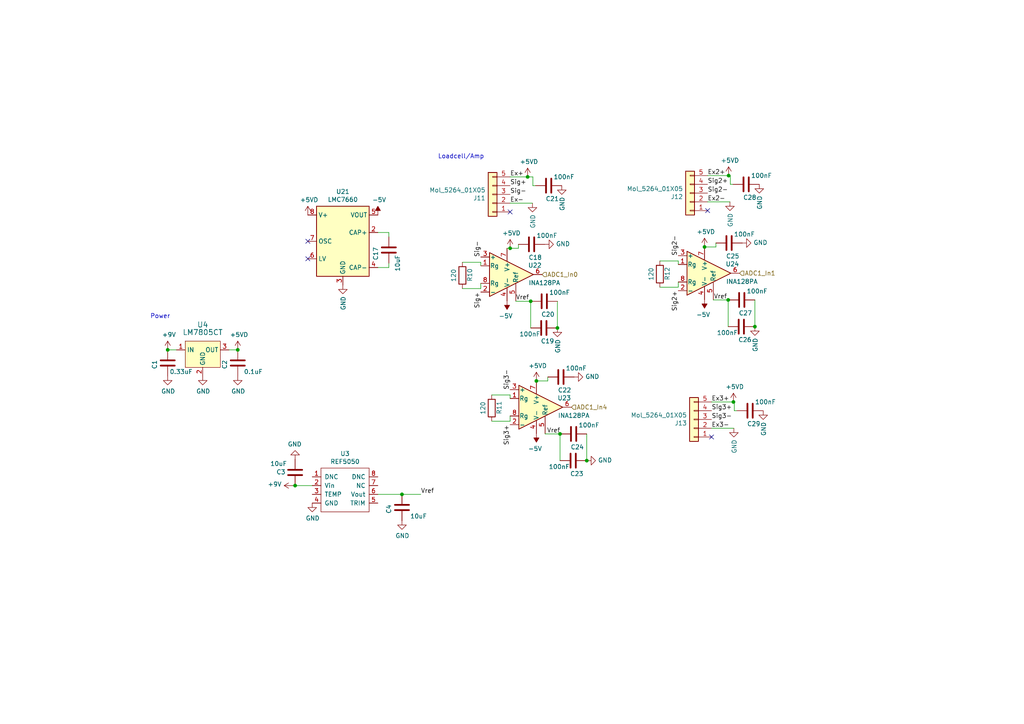
<source format=kicad_sch>
(kicad_sch (version 20231120) (generator "eeschema") (generator_version "8.0")
  (paper "A4")
  (lib_symbols
    (symbol "BC_Connectors:BC_Connector_Mol_5264_01X05" (pin_names (offset 1.016) hide)
      (property "Reference" "J" (at 0 7.62 0))
      (property "Value" "BC_Connector_Mol_5264_01X05" (at 0 -7.62 0))
      (symbol "BC_Connector_Mol_5264_01X05_1_1"
        (rectangle (start -1.27 -4.953) (end 0 -5.207) (stroke (width 0.1524)))
        (rectangle (start -1.27 -2.413) (end 0 -2.667) (stroke (width 0.1524)))
        (rectangle (start -1.27 0.127) (end 0 -0.127) (stroke (width 0.1524)))
        (rectangle (start -1.27 2.667) (end 0 2.413) (stroke (width 0.1524)))
        (rectangle (start -1.27 5.207) (end 0 4.953) (stroke (width 0.1524)))
        (rectangle (start -1.27 6.35) (end 1.27 -6.35) (stroke (width 0.254)) (fill (type background)))
        (pin passive line (at -5.08 5.08 0) (length 3.81) (name "Pin_1") (number "1"))
        (pin passive line (at -5.08 2.54 0) (length 3.81) (name "Pin_2") (number "2"))
        (pin passive line (at -5.08 0 0) (length 3.81) (name "Pin_3") (number "3"))
        (pin passive line (at -5.08 -2.54 0) (length 3.81) (name "Pin_4") (number "4"))
        (pin passive line (at -5.08 -5.08 0) (length 3.81) (name "Pin_5") (number "5"))
      )
    )
    (symbol "BC_IC_components:INA128PA" (pin_names (offset 0.127))
      (property "Reference" "U" (at 3.81 3.175 0))
      (property "Value" "INA128PA" (at 3.81 -3.175 0))
      (symbol "INA128PA_0_1"
        (polyline (pts (xy 7.62 0) (xy -5.08 6.35) (xy -5.08 -6.35) (xy 7.62 0)) (stroke (width 0.254)) (fill (type background)))
      )
      (symbol "INA128PA_1_1"
        (pin passive line (at -7.62 2.54 0) (length 2.54) (name "Rg") (number "1"))
        (pin input line (at -7.62 -5.08 0) (length 2.54) (name "-") (number "2"))
        (pin input line (at -7.62 5.08 0) (length 2.54) (name "+") (number "3"))
        (pin power_in line (at 0 -7.62 90) (length 3.81) (name "V-") (number "4"))
        (pin input line (at 2.54 -7.62 90) (length 5.08) (name "Ref") (number "5"))
        (pin output line (at 10.16 0 180) (length 2.54) (name "~") (number "6"))
        (pin power_in line (at 0 7.62 270) (length 3.81) (name "V+") (number "7"))
        (pin passive line (at -7.62 -2.54 0) (length 2.54) (name "Rg") (number "8"))
      )
    )
    (symbol "BC_IC_components:REF5050" (pin_names (offset 1.016))
      (property "Reference" "U" (at 0 5.08 0))
      (property "Value" "REF5050" (at 0 2.54 0))
      (symbol "REF5050_0_1"
        (rectangle (start -7.62 1.27) (end 6.35 -11.43))
      )
      (symbol "REF5050_1_1"
        (pin input line (at -10.16 -1.27 0) (length 2.54) (name "DNC") (number "1"))
        (pin input line (at -10.16 -3.81 0) (length 2.54) (name "Vin") (number "2"))
        (pin input line (at -10.16 -6.35 0) (length 2.54) (name "TEMP") (number "3"))
        (pin input line (at -10.16 -8.89 0) (length 2.54) (name "GND") (number "4"))
        (pin input line (at 8.89 -8.89 180) (length 2.54) (name "TRIM") (number "5"))
        (pin input line (at 8.89 -6.35 180) (length 2.54) (name "Vout") (number "6"))
        (pin input line (at 8.89 -3.81 180) (length 2.54) (name "NC") (number "7"))
        (pin input line (at 8.89 -1.27 180) (length 2.54) (name "DNC") (number "8"))
      )
    )
    (symbol "Device:C" (pin_numbers hide) (pin_names (offset 0.254))
      (property "Reference" "C" (at 0.635 2.54 0))
      (property "Value" "C" (at 0.635 -2.54 0))
      (symbol "C_0_1"
        (polyline (pts (xy -2.032 -0.762) (xy 2.032 -0.762)) (stroke (width 0.508)))
        (polyline (pts (xy -2.032 0.762) (xy 2.032 0.762)) (stroke (width 0.508)))
      )
      (symbol "C_1_1"
        (pin passive line (at 0 3.81 270) (length 2.794) (name "~") (number "1"))
        (pin passive line (at 0 -3.81 90) (length 2.794) (name "~") (number "2"))
      )
    )
    (symbol "Device:R" (pin_numbers hide) (pin_names (offset 0))
      (property "Reference" "R" (at 2.032 0 90))
      (property "Value" "R" (at 0 0 90))
      (symbol "R_0_1"
        (rectangle (start -1.016 -2.54) (end 1.016 2.54) (stroke (width 0.254)))
      )
      (symbol "R_1_1"
        (pin passive line (at 0 3.81 270) (length 1.27) (name "~") (number "1"))
        (pin passive line (at 0 -3.81 90) (length 1.27) (name "~") (number "2"))
      )
    )
    (symbol "Regulator_SwitchedCapacitor:LMC7660"
      (property "Reference" "U" (at -6.604 11.43 0))
      (property "Value" "LMC7660" (at 0 11.43 0))
      (symbol "LMC7660_0_1"
        (rectangle (start -7.62 10.16) (end 7.62 -10.16) (stroke (width 0.254)) (fill (type background)))
      )
      (symbol "LMC7660_1_1"
        (pin no_connect line (at -7.62 5.08 0) (length 2.54) hide (name "NC") (number "1"))
        (pin input line (at 10.16 2.54 180) (length 2.54) (name "CAP+") (number "2"))
        (pin power_in line (at 0 -12.7 90) (length 2.54) (name "GND") (number "3"))
        (pin input line (at 10.16 -7.62 180) (length 2.54) (name "CAP-") (number "4"))
        (pin power_out line (at 10.16 7.62 180) (length 2.54) (name "VOUT") (number "5"))
        (pin input line (at -10.16 -5.08 0) (length 2.54) (name "LV") (number "6"))
        (pin input line (at -10.16 0 0) (length 2.54) (name "OSC") (number "7"))
        (pin power_in line (at -10.16 7.62 0) (length 2.54) (name "V+") (number "8"))
      )
    )
    (symbol "dk_PMIC-Voltage-Regulators-Linear:LM7805CT_Obsolete"
      (property "Reference" "U" (at 0 3.81 0))
      (property "Value" "LM7805CT_Obsolete" (at 0 6.35 0))
      (symbol "LM7805CT_Obsolete_0_1"
        (rectangle (start -5.08 2.54) (end 5.08 -5.08) (fill (type background)))
      )
      (symbol "LM7805CT_Obsolete_1_1"
        (pin power_in line (at -7.62 0 0) (length 2.54) (name "IN") (number "1"))
        (pin power_in line (at 0 -7.62 90) (length 2.54) (name "GND") (number "2"))
        (pin power_out line (at 7.62 0 180) (length 2.54) (name "OUT") (number "3"))
      )
    )
    (symbol "power:+5VD" (power) (pin_names (offset 0))
      (property "Value" "+5VD" (at 0 3.556 0))
      (symbol "+5VD_0_1"
        (polyline (pts (xy -0.762 1.27) (xy 0 2.54)))
        (polyline (pts (xy 0 0) (xy 0 2.54)))
        (polyline (pts (xy 0 2.54) (xy 0.762 1.27)))
      )
      (symbol "+5VD_1_1"
        (pin power_in line (at 0 0 90) (length 0) hide (name "+5VD") (number "1"))
      )
    )
    (symbol "power:+9V" (power) (pin_names (offset 0))
      (property "Value" "+9V" (at 0 3.556 0))
      (symbol "+9V_0_1"
        (polyline (pts (xy -0.762 1.27) (xy 0 2.54)))
        (polyline (pts (xy 0 0) (xy 0 2.54)))
        (polyline (pts (xy 0 2.54) (xy 0.762 1.27)))
      )
      (symbol "+9V_1_1"
        (pin power_in line (at 0 0 90) (length 0) hide (name "+9V") (number "1"))
      )
    )
    (symbol "power:-5V" (power) (pin_names (offset 0))
      (property "Value" "-5V" (at 0 3.81 0))
      (symbol "-5V_0_0"
        (pin power_in line (at 0 0 90) (length 0) hide (name "-5V") (number "1"))
      )
      (symbol "-5V_0_1"
        (polyline (pts (xy 0 0) (xy 0 1.27) (xy 0.762 1.27) (xy 0 2.54) (xy -0.762 1.27) (xy 0 1.27)) (fill (type outline)))
      )
    )
    (symbol "power:GND" (power) (pin_names (offset 0))
      (property "Value" "GND" (at 0 -3.81 0))
      (symbol "GND_0_1"
        (polyline (pts (xy 0 0) (xy 0 -1.27) (xy 1.27 -1.27) (xy 0 -2.54) (xy -1.27 -1.27) (xy 0 -1.27)))
      )
      (symbol "GND_1_1"
        (pin power_in line (at 0 0 270) (length 0) hide (name "GND") (number "1"))
      )
    )
  )
  (junction (at 162.433 125.857))
  (junction (at 218.948 94.742))
  (junction (at 170.18 133.604))
  (junction (at 147.955 72.009))
  (junction (at 85.598 140.843))
  (junction (at 153.924 87.376))
  (junction (at 116.586 143.383))
  (junction (at 68.961 101.473))
  (junction (at 212.725 116.586))
  (junction (at 161.671 95.123))
  (junction (at 155.575 110.49))
  (junction (at 48.641 101.473))
  (junction (at 153.035 51.308))
  (junction (at 204.343 71.628))
  (junction (at 211.328 50.927))
  (junction (at 211.201 86.995))
  (no_connect (at 205.232 61.087))
  (no_connect (at 89.281 75.057))
  (no_connect (at 89.281 69.977))
  (no_connect (at 147.955 61.468))
  (no_connect (at 206.375 126.746))
  (wire (pts (xy 134.112 76.073) (xy 139.446 76.073)))
  (wire (pts (xy 158.115 125.857) (xy 158.115 125.73)))
  (wire (pts (xy 211.201 86.995) (xy 211.328 86.995)))
  (wire (pts (xy 147.955 58.928) (xy 154.432 58.928)))
  (wire (pts (xy 206.375 124.206) (xy 212.852 124.206)))
  (wire (pts (xy 48.641 101.473) (xy 51.181 101.473)))
  (wire (pts (xy 85.598 140.843) (xy 84.963 140.843)))
  (wire (pts (xy 207.645 71.628) (xy 207.645 70.485)))
  (wire (pts (xy 142.621 122.174) (xy 147.955 122.174)))
  (wire (pts (xy 161.671 95.123) (xy 161.544 95.123)))
  (wire (pts (xy 212.979 116.586) (xy 212.979 119.126)))
  (wire (pts (xy 191.389 75.692) (xy 196.723 75.692)))
  (wire (pts (xy 112.776 67.437) (xy 112.776 68.707)))
  (wire (pts (xy 162.433 133.604) (xy 162.433 125.857)))
  (wire (pts (xy 211.836 50.927) (xy 211.836 53.467)))
  (wire (pts (xy 142.621 114.554) (xy 147.955 114.554)))
  (wire (pts (xy 205.232 58.547) (xy 211.709 58.547)))
  (wire (pts (xy 139.446 83.693) (xy 139.446 82.169)))
  (wire (pts (xy 218.948 86.995) (xy 218.948 94.742)))
  (wire (pts (xy 196.723 83.312) (xy 196.723 81.788)))
  (wire (pts (xy 66.421 101.473) (xy 68.961 101.473)))
  (wire (pts (xy 170.18 125.857) (xy 170.18 133.604)))
  (wire (pts (xy 162.433 125.857) (xy 162.56 125.857)))
  (wire (pts (xy 134.112 83.693) (xy 139.446 83.693)))
  (wire (pts (xy 153.924 87.376) (xy 154.051 87.376)))
  (wire (pts (xy 139.446 76.073) (xy 139.446 77.089)))
  (wire (pts (xy 206.883 86.995) (xy 211.201 86.995)))
  (wire (pts (xy 147.066 72.009) (xy 147.955 72.009)))
  (wire (pts (xy 211.201 94.742) (xy 211.201 86.995)))
  (wire (pts (xy 170.18 133.604) (xy 170.053 133.604)))
  (wire (pts (xy 116.586 143.383) (xy 122.047 143.383)))
  (wire (pts (xy 218.948 94.742) (xy 218.821 94.742)))
  (wire (pts (xy 90.551 140.843) (xy 85.598 140.843)))
  (wire (pts (xy 149.606 87.376) (xy 149.606 87.249)))
  (wire (pts (xy 161.671 87.376) (xy 161.671 95.123)))
  (wire (pts (xy 206.375 116.586) (xy 212.725 116.586)))
  (wire (pts (xy 154.559 53.848) (xy 155.321 53.848)))
  (wire (pts (xy 211.328 50.927) (xy 211.836 50.927)))
  (wire (pts (xy 109.601 77.597) (xy 112.776 77.597)))
  (wire (pts (xy 149.606 87.376) (xy 153.924 87.376)))
  (wire (pts (xy 147.955 114.554) (xy 147.955 115.57)))
  (wire (pts (xy 158.877 110.49) (xy 158.877 109.347)))
  (wire (pts (xy 191.389 83.312) (xy 196.723 83.312)))
  (wire (pts (xy 212.979 119.126) (xy 213.741 119.126)))
  (wire (pts (xy 153.924 95.123) (xy 153.924 87.376)))
  (wire (pts (xy 112.776 77.597) (xy 112.776 76.327)))
  (wire (pts (xy 147.955 51.308) (xy 153.035 51.308)))
  (wire (pts (xy 153.035 51.308) (xy 154.559 51.308)))
  (wire (pts (xy 196.723 75.692) (xy 196.723 76.708)))
  (wire (pts (xy 212.725 116.586) (xy 212.979 116.586)))
  (wire (pts (xy 147.955 72.009) (xy 150.368 72.009)))
  (wire (pts (xy 109.601 67.437) (xy 112.776 67.437)))
  (wire (pts (xy 206.883 86.995) (xy 206.883 86.868)))
  (wire (pts (xy 158.115 125.857) (xy 162.433 125.857)))
  (wire (pts (xy 211.836 53.467) (xy 212.598 53.467)))
  (wire (pts (xy 154.559 51.308) (xy 154.559 53.848)))
  (wire (pts (xy 147.955 122.174) (xy 147.955 120.65)))
  (wire (pts (xy 109.601 143.383) (xy 116.586 143.383)))
  (wire (pts (xy 150.368 72.009) (xy 150.368 70.866)))
  (wire (pts (xy 204.343 71.628) (xy 207.645 71.628)))
  (wire (pts (xy 205.232 50.927) (xy 211.328 50.927)))
  (wire (pts (xy 155.575 110.49) (xy 158.877 110.49)))
  (text "Loadcell/Amp\n" (at 127 46.228 0) (effects (font (size 1.27 1.27)) (justify left bottom)))
  (text "Power" (at 43.561 92.583 0) (effects (font (size 1.27 1.27)) (justify left bottom)))
  (label "Vref" (at 149.606 87.249 0))
  (label "Vref" (at 207.01 86.995 0))
  (label "Ex2-" (at 205.232 58.547 0))
  (label "Ex3-" (at 206.375 124.206 0))
  (label "Vref" (at 158.623 125.857 0))
  (label "Sig3-" (at 206.375 121.666 0))
  (label "Sig2+" (at 205.232 53.467 0))
  (label "Sig+" (at 139.446 84.709 270))
  (label "Sig2+" (at 196.723 84.328 270))
  (label "Ex2+" (at 205.232 50.927 0))
  (label "Sig3+" (at 206.375 119.126 0))
  (label "Sig2-" (at 205.232 56.007 0))
  (label "Sig2-" (at 196.723 74.168 90))
  (label "Ex-" (at 147.955 58.928 0))
  (label "Sig+" (at 147.955 53.848 0))
  (label "Ex3+" (at 206.375 116.586 0))
  (label "Ex+" (at 147.955 51.308 0))
  (label "Sig3-" (at 147.955 113.03 90))
  (label "Sig-" (at 139.446 74.549 90))
  (label "Sig3+" (at 147.955 123.19 270))
  (label "Sig-" (at 147.955 56.388 0))
  (label "Vref" (at 122.047 143.383 0))
  (hierarchical_label "ADC1_In4" (shape input) (at 165.735 118.11 0))
  (hierarchical_label "ADC1_In1" (shape input) (at 214.503 79.248 0))
  (hierarchical_label "ADC1_In0" (shape input) (at 157.226 79.629 0))
  (symbol (lib_id "power:+5VD") (at 68.961 101.473 0) (unit 1)
    (property "Reference" "#PWR057" (effects (hide yes)))
    (property "Value" "+5VD" (at 69.342 97.0788 0))
  )
  (symbol (lib_id "power:+5VD") (at 89.281 62.357 0) (unit 1)
    (property "Reference" "#PWR053" (effects (hide yes)))
    (property "Value" "+5VD" (at 89.662 57.9628 0))
  )
  (symbol (lib_id "power:+5VD") (at 153.035 51.308 0) (unit 1)
    (property "Reference" "#PWR060" (effects (hide yes)))
    (property "Value" "+5VD" (at 153.416 46.9138 0))
  )
  (symbol (lib_id "power:+5VD") (at 211.328 50.927 0) (unit 1)
    (property "Reference" "#PWR063" (effects (hide yes)))
    (property "Value" "+5VD" (at 211.709 46.5328 0))
  )
  (symbol (lib_id "power:+5VD") (at 147.955 72.009 0) (unit 1)
    (property "Reference" "#PWR059" (effects (hide yes)))
    (property "Value" "+5VD" (at 148.336 67.6148 0))
  )
  (symbol (lib_id "power:+5VD") (at 155.575 110.49 0) (unit 1)
    (property "Reference" "#PWR061" (effects (hide yes)))
    (property "Value" "+5VD" (at 155.956 106.0958 0))
  )
  (symbol (lib_id "power:+5VD") (at 212.725 116.586 0) (unit 1)
    (property "Reference" "#PWR064" (effects (hide yes)))
    (property "Value" "+5VD" (at 213.106 112.1918 0))
  )
  (symbol (lib_id "power:+5VD") (at 204.343 71.628 0) (unit 1)
    (property "Reference" "#PWR062" (effects (hide yes)))
    (property "Value" "+5VD" (at 204.724 67.2338 0))
  )
  (symbol (lib_id "BC_IC_components:REF5050") (at 100.711 137.033 0) (unit 1)
    (property "Reference" "U3" (at 100.076 131.572 0))
    (property "Value" "REF5050" (at 100.076 133.8834 0))
    (property "Footprint" "BC_IC_components:REF5050" (effects (hide yes)))
  )
  (symbol (lib_id "power:+9V") (at 84.963 140.843 90) (unit 1)
    (property "Reference" "#PWR051" (effects (hide yes)))
    (property "Value" "+9V" (at 81.7118 140.462 90) (effects (justify left)))
  )
  (symbol (lib_id "power:GND") (at 90.551 145.923 0) (unit 1)
    (property "Reference" "#PWR054" (effects (hide yes)))
    (property "Value" "GND" (at 90.678 150.3172 0))
  )
  (symbol (lib_id "Device:C") (at 116.586 147.193 180) (unit 1)
    (property "Reference" "C4" (at 112.776 146.304 90) (effects (justify left)))
    (property "Value" "10uF" (at 123.825 149.733 0) (effects (justify left)))
    (property "Footprint" "Capacitor_Tantalum_SMD:CP_EIA-7343-31_Kemet-D" (effects (hide yes)))
  )
  (symbol (lib_id "power:GND") (at 116.586 151.003 0) (unit 1)
    (property "Reference" "#PWR058" (effects (hide yes)))
    (property "Value" "GND" (at 116.713 155.3972 0))
  )
  (symbol (lib_id "Regulator_SwitchedCapacitor:LMC7660") (at 99.441 69.977 0) (unit 1)
    (property "Reference" "U21" (at 99.441 55.5752 0))
    (property "Value" "LMC7660" (at 99.441 57.8866 0))
    (property "Footprint" "BC_IC_components:LMC7660_THT" (effects (hide yes)))
    (property "Datasheet" "http://www.ti.com/lit/ds/symlink/lmc7660.pdf" (effects (hide yes)))
  )
  (symbol (lib_id "power:GND") (at 99.441 82.677 0) (unit 1)
    (property "Reference" "#PWR028" (effects (hide yes)))
    (property "Value" "GND" (at 99.568 85.9282 90) (effects (justify right)))
  )
  (symbol (lib_id "power:-5V") (at 109.601 62.357 0) (unit 1)
    (property "Reference" "#PWR029" (effects (hide yes)))
    (property "Value" "-5V" (at 109.982 57.9628 0))
  )
  (symbol (lib_id "Device:C") (at 112.776 72.517 180) (unit 1)
    (property "Reference" "C17" (at 108.966 71.628 90) (effects (justify left)))
    (property "Value" "10uF" (at 115.316 73.914 90) (effects (justify left)))
    (property "Footprint" "Capacitor_THT:CP_Radial_D8.0mm_P3.50mm" (effects (hide yes)))
  )
  (symbol (lib_id "Device:C") (at 85.598 137.033 0) (unit 1)
    (property "Reference" "C3" (at 80.137 136.906 0) (effects (justify left)))
    (property "Value" "10uF" (at 78.359 134.493 0) (effects (justify left)))
    (property "Footprint" "Capacitor_Tantalum_SMD:CP_EIA-7343-31_Kemet-D" (effects (hide yes)))
  )
  (symbol (lib_id "power:GND") (at 85.598 133.223 180) (unit 1)
    (property "Reference" "#PWR052" (effects (hide yes)))
    (property "Value" "GND" (at 85.471 128.8288 0))
  )
  (symbol (lib_id "BC_Connectors:BC_Connector_Mol_5264_01X05") (at 142.875 56.388 180) (unit 1)
    (property "Reference" "J11" (at 140.843 57.4548 0) (effects (justify left)))
    (property "Value" "Mol_5264_01X05" (at 140.843 55.1434 0) (effects (justify left)))
    (property "Footprint" "Connector_Molex:Molex_KK-254_AE-6410-05A_1x05_P2.54mm_Vertical" (effects (hide yes)))
  )
  (symbol (lib_id "Device:R") (at 134.112 79.883 180) (unit 1)
    (property "Reference" "R10" (at 136.271 79.756 90))
    (property "Value" "120" (at 131.572 79.883 90))
    (property "Footprint" "Resistor_THT:R_Axial_DIN0204_L3.6mm_D1.6mm_P2.54mm_Vertical" (effects (hide yes)))
  )
  (symbol (lib_id "power:GND") (at 154.432 58.928 0) (unit 1)
    (property "Reference" "#PWR032" (effects (hide yes)))
    (property "Value" "GND" (at 154.559 62.1792 90) (effects (justify right)))
  )
  (symbol (lib_id "power:GND") (at 162.941 53.848 0) (unit 1)
    (property "Reference" "#PWR038" (effects (hide yes)))
    (property "Value" "GND" (at 163.068 57.0992 90) (effects (justify right)))
  )
  (symbol (lib_id "power:-5V") (at 147.066 87.249 180) (unit 1)
    (property "Reference" "#PWR031" (effects (hide yes)))
    (property "Value" "-5V" (at 146.685 91.6432 0))
  )
  (symbol (lib_id "Device:C") (at 159.131 53.848 270) (unit 1)
    (property "Reference" "C21" (at 158.242 57.658 90) (effects (justify left)))
    (property "Value" "100nF" (at 160.528 51.308 90) (effects (justify left)))
    (property "Footprint" "Capacitor_THT:C_Disc_D4.7mm_W2.5mm_P5.00mm" (effects (hide yes)))
  )
  (symbol (lib_id "Device:C") (at 154.178 70.866 270) (unit 1)
    (property "Reference" "C18" (at 153.289 74.676 90) (effects (justify left)))
    (property "Value" "100nF" (at 155.575 68.326 90) (effects (justify left)))
    (property "Footprint" "Capacitor_THT:C_Disc_D4.7mm_W2.5mm_P5.00mm" (effects (hide yes)))
  )
  (symbol (lib_id "BC_IC_components:INA128PA") (at 147.066 79.629 0) (unit 1)
    (property "Reference" "U22" (at 153.162 76.962 0) (effects (justify left)))
    (property "Value" "INA128PA" (at 153.289 82.042 0) (effects (justify left)))
    (property "Footprint" "BC_IC_components:INA128PA" (effects (hide yes)))
  )
  (symbol (lib_id "power:GND") (at 157.988 70.866 90) (unit 1)
    (property "Reference" "#PWR036" (effects (hide yes)))
    (property "Value" "GND" (at 161.2392 70.739 90) (effects (justify right)))
  )
  (symbol (lib_id "Device:C") (at 157.861 87.376 270) (unit 1)
    (property "Reference" "C20" (at 156.972 91.186 90) (effects (justify left)))
    (property "Value" "100nF" (at 159.258 84.836 90) (effects (justify left)))
    (property "Footprint" "Capacitor_THT:C_Disc_D4.7mm_W2.5mm_P5.00mm" (effects (hide yes)))
  )
  (symbol (lib_id "Device:C") (at 157.734 95.123 270) (unit 1)
    (property "Reference" "C19" (at 156.845 98.933 90) (effects (justify left)))
    (property "Value" "100nF" (at 150.622 96.901 90) (effects (justify left)))
    (property "Footprint" "Capacitor_THT:C_Disc_D4.7mm_W2.5mm_P5.00mm" (effects (hide yes)))
  )
  (symbol (lib_id "power:GND") (at 161.671 95.123 0) (unit 1)
    (property "Reference" "#PWR037" (effects (hide yes)))
    (property "Value" "GND" (at 161.798 98.3742 90) (effects (justify right)))
  )
  (symbol (lib_id "BC_Connectors:BC_Connector_Mol_5264_01X05") (at 200.152 56.007 180) (unit 1)
    (property "Reference" "J12" (at 198.12 57.0738 0) (effects (justify left)))
    (property "Value" "Mol_5264_01X05" (at 198.12 54.7624 0) (effects (justify left)))
    (property "Footprint" "Connector_Molex:Molex_KK-254_AE-6410-05A_1x05_P2.54mm_Vertical" (effects (hide yes)))
  )
  (symbol (lib_id "Device:R") (at 191.389 79.502 180) (unit 1)
    (property "Reference" "R12" (at 193.548 79.375 90))
    (property "Value" "120" (at 188.849 79.502 90))
    (property "Footprint" "Resistor_THT:R_Axial_DIN0204_L3.6mm_D1.6mm_P2.54mm_Vertical" (effects (hide yes)))
  )
  (symbol (lib_id "power:GND") (at 211.709 58.547 0) (unit 1)
    (property "Reference" "#PWR043" (effects (hide yes)))
    (property "Value" "GND" (at 211.836 61.7982 90) (effects (justify right)))
  )
  (symbol (lib_id "power:GND") (at 220.218 53.467 0) (unit 1)
    (property "Reference" "#PWR049" (effects (hide yes)))
    (property "Value" "GND" (at 220.345 56.7182 90) (effects (justify right)))
  )
  (symbol (lib_id "power:-5V") (at 204.343 86.868 180) (unit 1)
    (property "Reference" "#PWR042" (effects (hide yes)))
    (property "Value" "-5V" (at 203.962 91.2622 0))
  )
  (symbol (lib_id "Device:C") (at 216.408 53.467 270) (unit 1)
    (property "Reference" "C28" (at 215.519 57.277 90) (effects (justify left)))
    (property "Value" "100nF" (at 217.805 50.927 90) (effects (justify left)))
    (property "Footprint" "Capacitor_THT:C_Disc_D4.7mm_W2.5mm_P5.00mm" (effects (hide yes)))
  )
  (symbol (lib_id "Device:C") (at 211.455 70.485 270) (unit 1)
    (property "Reference" "C25" (at 210.566 74.295 90) (effects (justify left)))
    (property "Value" "100nF" (at 212.852 67.945 90) (effects (justify left)))
    (property "Footprint" "Capacitor_THT:C_Disc_D4.7mm_W2.5mm_P5.00mm" (effects (hide yes)))
  )
  (symbol (lib_id "BC_IC_components:INA128PA") (at 204.343 79.248 0) (unit 1)
    (property "Reference" "U24" (at 210.439 76.581 0) (effects (justify left)))
    (property "Value" "INA128PA" (at 210.566 81.661 0) (effects (justify left)))
    (property "Footprint" "BC_IC_components:INA128PA" (effects (hide yes)))
  )
  (symbol (lib_id "power:GND") (at 215.265 70.485 90) (unit 1)
    (property "Reference" "#PWR047" (effects (hide yes)))
    (property "Value" "GND" (at 218.5162 70.358 90) (effects (justify right)))
  )
  (symbol (lib_id "Device:C") (at 215.138 86.995 270) (unit 1)
    (property "Reference" "C27" (at 214.249 90.805 90) (effects (justify left)))
    (property "Value" "100nF" (at 216.535 84.455 90) (effects (justify left)))
    (property "Footprint" "Capacitor_THT:C_Disc_D4.7mm_W2.5mm_P5.00mm" (effects (hide yes)))
  )
  (symbol (lib_id "Device:C") (at 215.011 94.742 270) (unit 1)
    (property "Reference" "C26" (at 214.122 98.552 90) (effects (justify left)))
    (property "Value" "100nF" (at 207.899 96.52 90) (effects (justify left)))
    (property "Footprint" "Capacitor_THT:C_Disc_D4.7mm_W2.5mm_P5.00mm" (effects (hide yes)))
  )
  (symbol (lib_id "power:GND") (at 218.948 94.742 0) (unit 1)
    (property "Reference" "#PWR048" (effects (hide yes)))
    (property "Value" "GND" (at 219.075 97.9932 90) (effects (justify right)))
  )
  (symbol (lib_id "BC_Connectors:BC_Connector_Mol_5264_01X05") (at 201.295 121.666 180) (unit 1)
    (property "Reference" "J13" (at 199.263 122.7328 0) (effects (justify left)))
    (property "Value" "Mol_5264_01X05" (at 199.263 120.4214 0) (effects (justify left)))
    (property "Footprint" "Connector_Molex:Molex_KK-254_AE-6410-05A_1x05_P2.54mm_Vertical" (effects (hide yes)))
  )
  (symbol (lib_id "Device:R") (at 142.621 118.364 180) (unit 1)
    (property "Reference" "R11" (at 144.78 118.237 90))
    (property "Value" "120" (at 140.081 118.364 90))
    (property "Footprint" "Resistor_THT:R_Axial_DIN0204_L3.6mm_D1.6mm_P2.54mm_Vertical" (effects (hide yes)))
  )
  (symbol (lib_id "power:GND") (at 212.852 124.206 0) (unit 1)
    (property "Reference" "#PWR045" (effects (hide yes)))
    (property "Value" "GND" (at 212.979 127.4572 90) (effects (justify right)))
  )
  (symbol (lib_id "power:GND") (at 221.361 119.126 0) (unit 1)
    (property "Reference" "#PWR050" (effects (hide yes)))
    (property "Value" "GND" (at 221.488 122.3772 90) (effects (justify right)))
  )
  (symbol (lib_id "power:-5V") (at 155.575 125.73 180) (unit 1)
    (property "Reference" "#PWR035" (effects (hide yes)))
    (property "Value" "-5V" (at 155.194 130.1242 0))
  )
  (symbol (lib_id "Device:C") (at 217.551 119.126 270) (unit 1)
    (property "Reference" "C29" (at 216.662 122.936 90) (effects (justify left)))
    (property "Value" "100nF" (at 218.948 116.586 90) (effects (justify left)))
    (property "Footprint" "Capacitor_THT:C_Disc_D4.7mm_W2.5mm_P5.00mm" (effects (hide yes)))
  )
  (symbol (lib_id "Device:C") (at 162.687 109.347 270) (unit 1)
    (property "Reference" "C22" (at 161.798 113.157 90) (effects (justify left)))
    (property "Value" "100nF" (at 164.084 106.807 90) (effects (justify left)))
    (property "Footprint" "Capacitor_THT:C_Disc_D4.7mm_W2.5mm_P5.00mm" (effects (hide yes)))
  )
  (symbol (lib_id "BC_IC_components:INA128PA") (at 155.575 118.11 0) (unit 1)
    (property "Reference" "U23" (at 161.671 115.443 0) (effects (justify left)))
    (property "Value" "INA128PA" (at 161.798 120.523 0) (effects (justify left)))
    (property "Footprint" "BC_IC_components:INA128PA" (effects (hide yes)))
  )
  (symbol (lib_id "power:GND") (at 166.497 109.347 90) (unit 1)
    (property "Reference" "#PWR039" (effects (hide yes)))
    (property "Value" "GND" (at 169.7482 109.22 90) (effects (justify right)))
  )
  (symbol (lib_id "Device:C") (at 166.37 125.857 270) (unit 1)
    (property "Reference" "C24" (at 165.481 129.667 90) (effects (justify left)))
    (property "Value" "100nF" (at 167.767 123.317 90) (effects (justify left)))
    (property "Footprint" "Capacitor_THT:C_Disc_D4.7mm_W2.5mm_P5.00mm" (effects (hide yes)))
  )
  (symbol (lib_id "Device:C") (at 166.243 133.604 270) (unit 1)
    (property "Reference" "C23" (at 165.354 137.414 90) (effects (justify left)))
    (property "Value" "100nF" (at 159.131 135.382 90) (effects (justify left)))
    (property "Footprint" "Capacitor_THT:C_Disc_D4.7mm_W2.5mm_P5.00mm" (effects (hide yes)))
  )
  (symbol (lib_id "power:GND") (at 170.18 133.604 90) (unit 1)
    (property "Reference" "#PWR040" (effects (hide yes)))
    (property "Value" "GND" (at 173.4312 133.477 90) (effects (justify right)))
  )
  (symbol (lib_id "dk_PMIC-Voltage-Regulators-Linear:LM7805CT_Obsolete") (at 58.801 101.473 0) (unit 1)
    (property "Reference" "U4" (at 58.801 94.1832 0) (effects (font (size 1.524 1.524))))
    (property "Value" "LM7805CT" (at 58.801 96.393 0) (effects (font (size 1.524 1.524))))
    (property "Footprint" "digikey-footprints:TO-220-3" (effects (hide yes)))
    (property "Datasheet" "https://media.digikey.com/pdf/Data%20Sheets/ON%20Semiconductor%20PDFs/MC7800(A,AE),NCV7800.pdf" (effects (hide yes)))
    (property "Digi-Key_PN" "LM7805CT-ND" (effects (hide yes)))
    (property "MPN" "LM7805CT" (effects (hide yes)))
    (property "Category" "Integrated Circuits (ICs)" (effects (hide yes)))
    (property "Family" "PMIC - Voltage Regulators - Linear" (effects (hide yes)))
    (property "DK_Datasheet_Link" "https://media.digikey.com/pdf/Data%20Sheets/ON%20Semiconductor%20PDFs/MC7800(A,AE),NCV7800.pdf" (effects (hide yes)))
    (property "DK_Detail_Page" "/product-detail/en/on-semiconductor/LM7805CT/LM7805CT-ND/458698" (effects (hide yes)))
    (property "Description" "IC REG LINEAR 5V 1A TO220AB" (effects (hide yes)))
    (property "Manufacturer" "ON Semiconductor" (effects (hide yes)))
    (property "Status" "Obsolete NonStock" (effects (hide yes)))
  )
  (symbol (lib_id "power:GND") (at 58.801 109.093 0) (unit 1)
    (property "Reference" "#PWR056" (effects (hide yes)))
    (property "Value" "GND" (at 58.928 113.4872 0))
  )
  (symbol (lib_id "power:+9V") (at 48.641 101.473 0) (unit 1)
    (property "Reference" "#PWR027" (effects (hide yes)))
    (property "Value" "+9V" (at 49.022 97.0788 0))
  )
  (symbol (lib_id "Device:C") (at 68.961 105.283 180) (unit 1)
    (property "Reference" "C2" (at 65.151 104.394 90) (effects (justify left)))
    (property "Value" "0.1uF" (at 76.2 107.823 0) (effects (justify left)))
    (property "Footprint" "Capacitor_THT:C_Disc_D4.7mm_W2.5mm_P5.00mm" (effects (hide yes)))
  )
  (symbol (lib_id "power:GND") (at 68.961 109.093 0) (unit 1)
    (property "Reference" "#PWR065" (effects (hide yes)))
    (property "Value" "GND" (at 69.088 113.4872 0))
  )
  (symbol (lib_id "Device:C") (at 48.641 105.283 180) (unit 1)
    (property "Reference" "C1" (at 44.831 104.394 90) (effects (justify left)))
    (property "Value" "0.33uF" (at 55.88 107.823 0) (effects (justify left)))
    (property "Footprint" "Capacitor_THT:CP_Radial_D8.0mm_P3.50mm" (effects (hide yes)))
  )
  (symbol (lib_id "power:GND") (at 48.641 109.093 0) (unit 1)
    (property "Reference" "#PWR055" (effects (hide yes)))
    (property "Value" "GND" (at 48.768 113.4872 0))
  )
)
</source>
